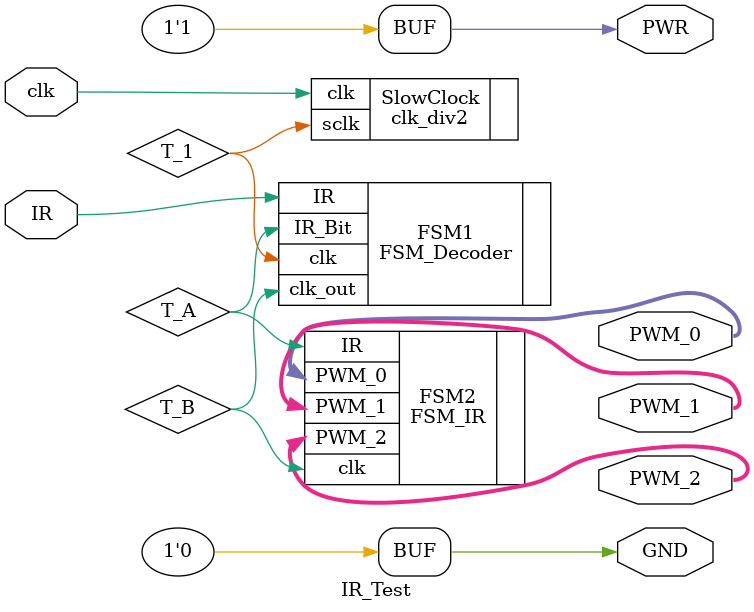
<source format=sv>
`timescale 1ns / 1ps


module IR_Test(
input clk,
input IR,
output logic [1:0] PWM_0, PWM_1, PWM_2,
output PWR, GND
//output IR_In, IR_Dec, IR_clk, PWM_Out
    );
logic T_1, T_A, T_B; 
//logic [7:0] T_2, T_4, T_6;
//logic [1:0] T_3, T_5, T_7;

assign PWR = 1;
assign GND = 0;

clk_div2 SlowClock (.clk(clk), .sclk(T_1));
FSM_Decoder FSM1 (.clk(T_1), .IR(IR), .IR_Bit(T_A), .clk_out(T_B));
FSM_IR FSM2 (.clk(T_B), .IR(T_A), .PWM_0(PWM_0), .PWM_1(PWM_1), .PWM_2(PWM_2));

//assign IR_In = IR;
//assign IR_Dec = T_A;
//assign IR_clk = T_B;
//assign PWM_Out = PWM_1[0];

//FSM_IR FSM2 (.clk(T_B), .IR(T_A), .PWM_0(T_2), .PWM_1(T_4), .PWM_2(T_6));
//ShiftRegister SR_1 (.clk(T_2[0]), .CLR(1'b0), .D(T_3), .SEL(2'b01), .Q(PWM_0));    
//assign  T_3 = ~PWM_0; 
//ShiftRegister SR_2 (.clk(T_4[0]), .CLR(1'b0), .D(T_5), .SEL(2'b01), .Q(PWM_1));    
//assign  T_5 = ~PWM_1;
//ShiftRegister SR_3 (.clk(T_6[0]), .CLR(1'b0), .D(T_7), .SEL(2'b01), .Q(PWM_2));    
//assign  T_7 = ~PWM_2;
 
    
endmodule

</source>
